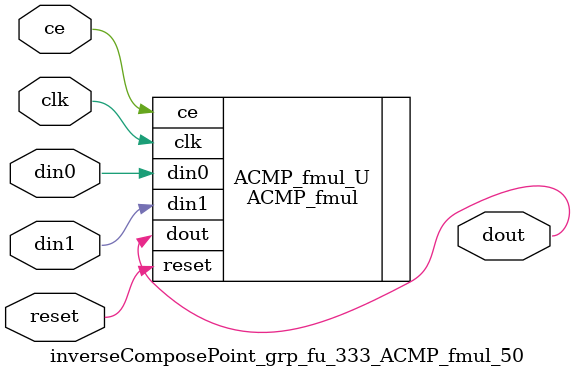
<source format=v>

`timescale 1 ns / 1 ps
module inverseComposePoint_grp_fu_333_ACMP_fmul_50(
    clk,
    reset,
    ce,
    din0,
    din1,
    dout);

parameter ID = 32'd1;
parameter NUM_STAGE = 32'd1;
parameter din0_WIDTH = 32'd1;
parameter din1_WIDTH = 32'd1;
parameter dout_WIDTH = 32'd1;
input clk;
input reset;
input ce;
input[din0_WIDTH - 1:0] din0;
input[din1_WIDTH - 1:0] din1;
output[dout_WIDTH - 1:0] dout;



ACMP_fmul #(
.ID( ID ),
.NUM_STAGE( 4 ),
.din0_WIDTH( din0_WIDTH ),
.din1_WIDTH( din1_WIDTH ),
.dout_WIDTH( dout_WIDTH ))
ACMP_fmul_U(
    .clk( clk ),
    .reset( reset ),
    .ce( ce ),
    .din0( din0 ),
    .din1( din1 ),
    .dout( dout ));

endmodule

</source>
